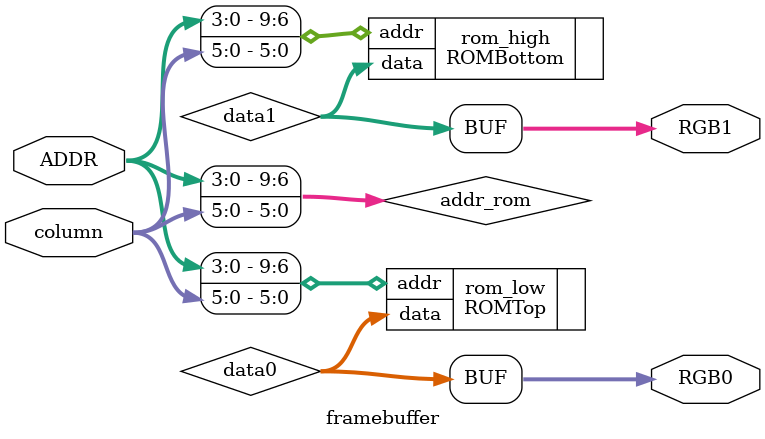
<source format=v>
`include "src/top_half_rom.v"
`include "src/bottom_half_rom.v"

module framebuffer(
    input  wire[5:0] column, // column index (6 bits for 64 pixels)
    input  wire[3:0]   ADDR, // ADDR input
    output wire[2:0]   RGB0, // RGB0 output
    output wire[2:0]   RGB1  // RGB1 output
);

wire[2:0] data0,data1;
wire[9:0]    addr_rom;

assign addr_rom = {ADDR,column};

ROMTop      rom_low (.addr(addr_rom),.data(data0));
ROMBottom   rom_high(.addr(addr_rom),.data(data1));

assign RGB0 = data0;
assign RGB1 = data1;

endmodule

</source>
